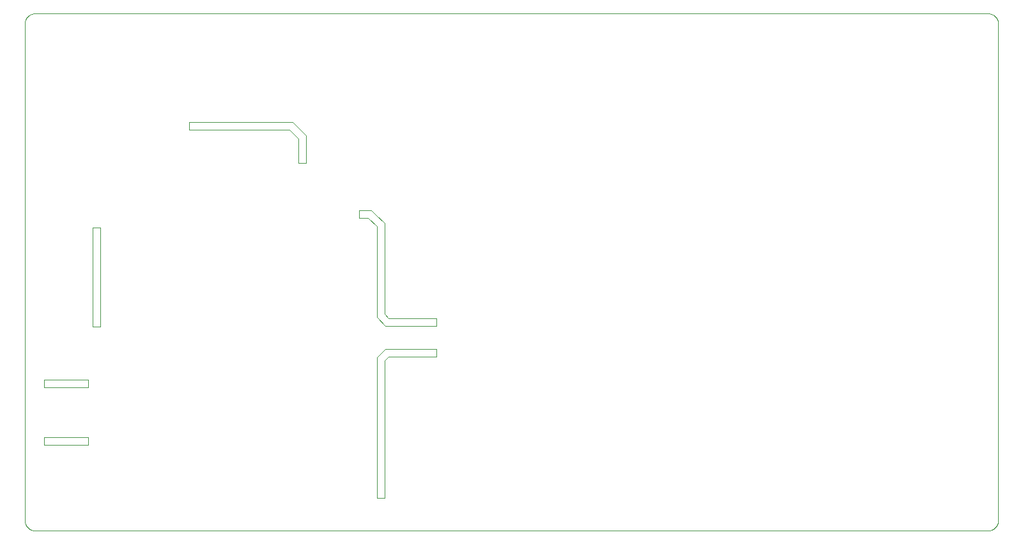
<source format=gko>
G75*
%MOIN*%
%OFA0B0*%
%FSLAX25Y25*%
%IPPOS*%
%LPD*%
%AMOC8*
5,1,8,0,0,1.08239X$1,22.5*
%
%ADD10C,0.00394*%
%ADD11C,0.00400*%
D10*
X0016261Y0020744D02*
X0513111Y0020744D01*
X0513258Y0020746D01*
X0513404Y0020752D01*
X0513551Y0020762D01*
X0513697Y0020775D01*
X0513843Y0020793D01*
X0513988Y0020814D01*
X0514132Y0020839D01*
X0514276Y0020869D01*
X0514419Y0020901D01*
X0514561Y0020938D01*
X0514702Y0020979D01*
X0514842Y0021023D01*
X0514981Y0021071D01*
X0515118Y0021122D01*
X0515254Y0021178D01*
X0515389Y0021237D01*
X0515521Y0021299D01*
X0515653Y0021365D01*
X0515782Y0021434D01*
X0515909Y0021507D01*
X0516035Y0021583D01*
X0516158Y0021663D01*
X0516279Y0021746D01*
X0516398Y0021831D01*
X0516515Y0021921D01*
X0516629Y0022013D01*
X0516741Y0022108D01*
X0516850Y0022206D01*
X0516956Y0022307D01*
X0517060Y0022411D01*
X0517161Y0022517D01*
X0517259Y0022626D01*
X0517354Y0022738D01*
X0517446Y0022852D01*
X0517536Y0022969D01*
X0517621Y0023088D01*
X0517704Y0023209D01*
X0517784Y0023332D01*
X0517860Y0023458D01*
X0517933Y0023585D01*
X0518002Y0023714D01*
X0518068Y0023846D01*
X0518130Y0023978D01*
X0518189Y0024113D01*
X0518245Y0024249D01*
X0518296Y0024386D01*
X0518344Y0024525D01*
X0518388Y0024665D01*
X0518429Y0024806D01*
X0518466Y0024948D01*
X0518498Y0025091D01*
X0518528Y0025235D01*
X0518553Y0025379D01*
X0518574Y0025524D01*
X0518592Y0025670D01*
X0518605Y0025816D01*
X0518615Y0025963D01*
X0518621Y0026109D01*
X0518623Y0026256D01*
X0518623Y0284917D01*
X0518621Y0285064D01*
X0518615Y0285210D01*
X0518605Y0285357D01*
X0518592Y0285503D01*
X0518574Y0285649D01*
X0518553Y0285794D01*
X0518528Y0285938D01*
X0518498Y0286082D01*
X0518466Y0286225D01*
X0518429Y0286367D01*
X0518388Y0286508D01*
X0518344Y0286648D01*
X0518296Y0286787D01*
X0518245Y0286924D01*
X0518189Y0287060D01*
X0518130Y0287195D01*
X0518068Y0287327D01*
X0518002Y0287459D01*
X0517933Y0287588D01*
X0517860Y0287715D01*
X0517784Y0287841D01*
X0517704Y0287964D01*
X0517621Y0288085D01*
X0517536Y0288204D01*
X0517446Y0288321D01*
X0517354Y0288435D01*
X0517259Y0288547D01*
X0517161Y0288656D01*
X0517060Y0288762D01*
X0516956Y0288866D01*
X0516850Y0288967D01*
X0516741Y0289065D01*
X0516629Y0289160D01*
X0516515Y0289252D01*
X0516398Y0289342D01*
X0516279Y0289427D01*
X0516158Y0289510D01*
X0516035Y0289590D01*
X0515909Y0289666D01*
X0515782Y0289739D01*
X0515653Y0289808D01*
X0515521Y0289874D01*
X0515389Y0289936D01*
X0515254Y0289995D01*
X0515118Y0290051D01*
X0514981Y0290102D01*
X0514842Y0290150D01*
X0514702Y0290194D01*
X0514561Y0290235D01*
X0514419Y0290272D01*
X0514276Y0290304D01*
X0514132Y0290334D01*
X0513988Y0290359D01*
X0513843Y0290380D01*
X0513697Y0290398D01*
X0513551Y0290411D01*
X0513404Y0290421D01*
X0513258Y0290427D01*
X0513111Y0290429D01*
X0016261Y0290429D01*
X0016114Y0290427D01*
X0015968Y0290421D01*
X0015821Y0290411D01*
X0015675Y0290398D01*
X0015529Y0290380D01*
X0015384Y0290359D01*
X0015240Y0290334D01*
X0015096Y0290304D01*
X0014953Y0290272D01*
X0014811Y0290235D01*
X0014670Y0290194D01*
X0014530Y0290150D01*
X0014391Y0290102D01*
X0014254Y0290051D01*
X0014118Y0289995D01*
X0013983Y0289936D01*
X0013851Y0289874D01*
X0013719Y0289808D01*
X0013590Y0289739D01*
X0013463Y0289666D01*
X0013337Y0289590D01*
X0013214Y0289510D01*
X0013093Y0289427D01*
X0012974Y0289342D01*
X0012857Y0289252D01*
X0012743Y0289160D01*
X0012631Y0289065D01*
X0012522Y0288967D01*
X0012416Y0288866D01*
X0012312Y0288762D01*
X0012211Y0288656D01*
X0012113Y0288547D01*
X0012018Y0288435D01*
X0011926Y0288321D01*
X0011836Y0288204D01*
X0011751Y0288085D01*
X0011668Y0287964D01*
X0011588Y0287841D01*
X0011512Y0287715D01*
X0011439Y0287588D01*
X0011370Y0287459D01*
X0011304Y0287327D01*
X0011242Y0287195D01*
X0011183Y0287060D01*
X0011127Y0286924D01*
X0011076Y0286787D01*
X0011028Y0286648D01*
X0010984Y0286508D01*
X0010943Y0286367D01*
X0010906Y0286225D01*
X0010874Y0286082D01*
X0010844Y0285938D01*
X0010819Y0285794D01*
X0010798Y0285649D01*
X0010780Y0285503D01*
X0010767Y0285357D01*
X0010757Y0285210D01*
X0010751Y0285064D01*
X0010749Y0284917D01*
X0010749Y0026256D01*
X0010751Y0026109D01*
X0010757Y0025963D01*
X0010767Y0025816D01*
X0010780Y0025670D01*
X0010798Y0025524D01*
X0010819Y0025379D01*
X0010844Y0025235D01*
X0010874Y0025091D01*
X0010906Y0024948D01*
X0010943Y0024806D01*
X0010984Y0024665D01*
X0011028Y0024525D01*
X0011076Y0024386D01*
X0011127Y0024249D01*
X0011183Y0024113D01*
X0011242Y0023978D01*
X0011304Y0023846D01*
X0011370Y0023714D01*
X0011439Y0023585D01*
X0011512Y0023458D01*
X0011588Y0023332D01*
X0011668Y0023209D01*
X0011751Y0023088D01*
X0011836Y0022969D01*
X0011926Y0022852D01*
X0012018Y0022738D01*
X0012113Y0022626D01*
X0012211Y0022517D01*
X0012312Y0022411D01*
X0012416Y0022307D01*
X0012522Y0022206D01*
X0012631Y0022108D01*
X0012743Y0022013D01*
X0012857Y0021921D01*
X0012974Y0021831D01*
X0013093Y0021746D01*
X0013214Y0021663D01*
X0013337Y0021583D01*
X0013463Y0021507D01*
X0013590Y0021434D01*
X0013719Y0021365D01*
X0013851Y0021299D01*
X0013983Y0021237D01*
X0014118Y0021178D01*
X0014254Y0021122D01*
X0014391Y0021071D01*
X0014530Y0021023D01*
X0014670Y0020979D01*
X0014811Y0020938D01*
X0014953Y0020901D01*
X0015096Y0020869D01*
X0015240Y0020839D01*
X0015384Y0020814D01*
X0015529Y0020793D01*
X0015675Y0020775D01*
X0015821Y0020762D01*
X0015968Y0020752D01*
X0016114Y0020746D01*
X0016261Y0020744D01*
D11*
X0020749Y0065581D02*
X0020749Y0069581D01*
X0043749Y0069581D01*
X0043749Y0065581D01*
X0020749Y0065581D01*
X0020749Y0095531D02*
X0020749Y0099531D01*
X0043749Y0099531D01*
X0043749Y0095531D01*
X0020749Y0095531D01*
X0046299Y0127031D02*
X0050299Y0127031D01*
X0050299Y0178781D01*
X0046299Y0178781D01*
X0046299Y0127031D01*
X0185099Y0183831D02*
X0185099Y0187831D01*
X0191649Y0187831D01*
X0193899Y0185581D01*
X0193949Y0185531D02*
X0198399Y0181081D01*
X0198399Y0133731D01*
X0200549Y0131581D01*
X0225449Y0131581D01*
X0225449Y0127581D01*
X0198849Y0127581D01*
X0194399Y0132031D01*
X0194399Y0179381D01*
X0189949Y0183831D01*
X0185099Y0183831D01*
X0157399Y0212331D02*
X0153399Y0212331D01*
X0153399Y0225181D01*
X0148949Y0229631D01*
X0096599Y0229631D01*
X0096599Y0233631D01*
X0150649Y0233631D01*
X0152899Y0231381D01*
X0152949Y0231331D02*
X0157399Y0226881D01*
X0157399Y0212331D01*
X0198849Y0115531D02*
X0194399Y0111081D01*
X0194399Y0037681D01*
X0198399Y0037681D01*
X0198399Y0109381D01*
X0200549Y0111531D01*
X0225449Y0111531D01*
X0225449Y0115531D01*
X0198849Y0115531D01*
M02*

</source>
